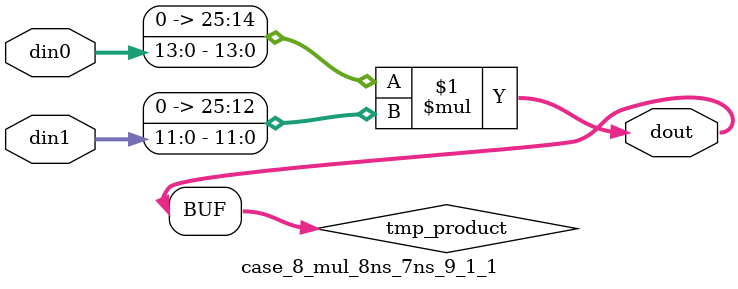
<source format=v>

`timescale 1 ns / 1 ps

 (* use_dsp = "no" *)  module case_8_mul_8ns_7ns_9_1_1(din0, din1, dout);
parameter ID = 1;
parameter NUM_STAGE = 0;
parameter din0_WIDTH = 14;
parameter din1_WIDTH = 12;
parameter dout_WIDTH = 26;

input [din0_WIDTH - 1 : 0] din0; 
input [din1_WIDTH - 1 : 0] din1; 
output [dout_WIDTH - 1 : 0] dout;

wire signed [dout_WIDTH - 1 : 0] tmp_product;
























assign tmp_product = $signed({1'b0, din0}) * $signed({1'b0, din1});











assign dout = tmp_product;





















endmodule

</source>
